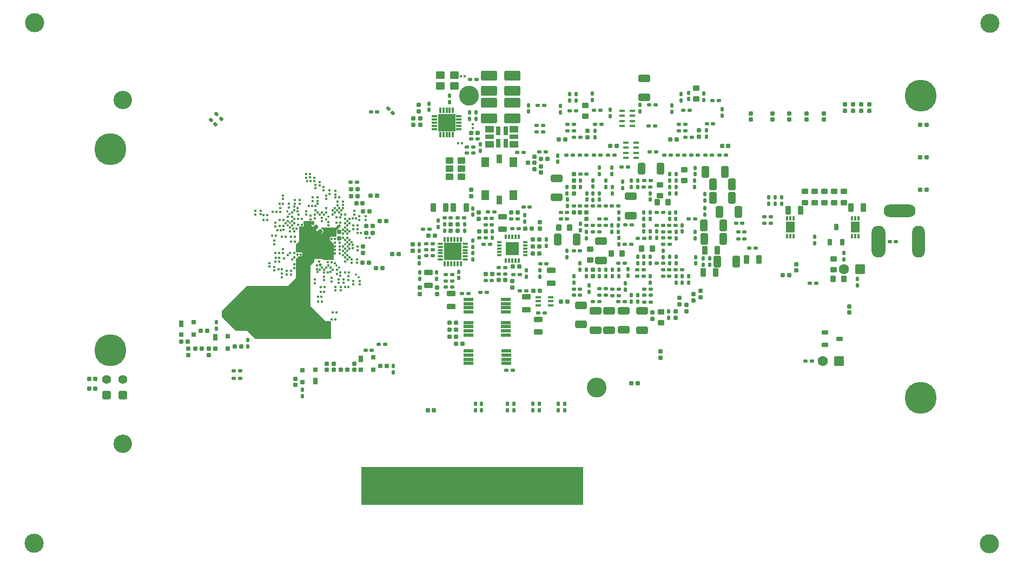
<source format=gbs>
G04 Layer_Color=16711935*
%FSLAX44Y44*%
%MOMM*%
G71*
G01*
G75*
G04:AMPARAMS|DCode=21|XSize=1mm|YSize=0.9mm|CornerRadius=0.1125mm|HoleSize=0mm|Usage=FLASHONLY|Rotation=0.000|XOffset=0mm|YOffset=0mm|HoleType=Round|Shape=RoundedRectangle|*
%AMROUNDEDRECTD21*
21,1,1.0000,0.6750,0,0,0.0*
21,1,0.7750,0.9000,0,0,0.0*
1,1,0.2250,0.3875,-0.3375*
1,1,0.2250,-0.3875,-0.3375*
1,1,0.2250,-0.3875,0.3375*
1,1,0.2250,0.3875,0.3375*
%
%ADD21ROUNDEDRECTD21*%
G04:AMPARAMS|DCode=29|XSize=0.6mm|YSize=0.6mm|CornerRadius=0.06mm|HoleSize=0mm|Usage=FLASHONLY|Rotation=0.000|XOffset=0mm|YOffset=0mm|HoleType=Round|Shape=RoundedRectangle|*
%AMROUNDEDRECTD29*
21,1,0.6000,0.4800,0,0,0.0*
21,1,0.4800,0.6000,0,0,0.0*
1,1,0.1200,0.2400,-0.2400*
1,1,0.1200,-0.2400,-0.2400*
1,1,0.1200,-0.2400,0.2400*
1,1,0.1200,0.2400,0.2400*
%
%ADD29ROUNDEDRECTD29*%
G04:AMPARAMS|DCode=34|XSize=0.5mm|YSize=0.6mm|CornerRadius=0.05mm|HoleSize=0mm|Usage=FLASHONLY|Rotation=180.000|XOffset=0mm|YOffset=0mm|HoleType=Round|Shape=RoundedRectangle|*
%AMROUNDEDRECTD34*
21,1,0.5000,0.5000,0,0,180.0*
21,1,0.4000,0.6000,0,0,180.0*
1,1,0.1000,-0.2000,0.2500*
1,1,0.1000,0.2000,0.2500*
1,1,0.1000,0.2000,-0.2500*
1,1,0.1000,-0.2000,-0.2500*
%
%ADD34ROUNDEDRECTD34*%
G04:AMPARAMS|DCode=35|XSize=0.5mm|YSize=0.6mm|CornerRadius=0.05mm|HoleSize=0mm|Usage=FLASHONLY|Rotation=90.000|XOffset=0mm|YOffset=0mm|HoleType=Round|Shape=RoundedRectangle|*
%AMROUNDEDRECTD35*
21,1,0.5000,0.5000,0,0,90.0*
21,1,0.4000,0.6000,0,0,90.0*
1,1,0.1000,0.2500,0.2000*
1,1,0.1000,0.2500,-0.2000*
1,1,0.1000,-0.2500,-0.2000*
1,1,0.1000,-0.2500,0.2000*
%
%ADD35ROUNDEDRECTD35*%
G04:AMPARAMS|DCode=36|XSize=0.6mm|YSize=0.6mm|CornerRadius=0.06mm|HoleSize=0mm|Usage=FLASHONLY|Rotation=270.000|XOffset=0mm|YOffset=0mm|HoleType=Round|Shape=RoundedRectangle|*
%AMROUNDEDRECTD36*
21,1,0.6000,0.4800,0,0,270.0*
21,1,0.4800,0.6000,0,0,270.0*
1,1,0.1200,-0.2400,-0.2400*
1,1,0.1200,-0.2400,0.2400*
1,1,0.1200,0.2400,0.2400*
1,1,0.1200,0.2400,-0.2400*
%
%ADD36ROUNDEDRECTD36*%
G04:AMPARAMS|DCode=37|XSize=1.3mm|YSize=0.8mm|CornerRadius=0.1mm|HoleSize=0mm|Usage=FLASHONLY|Rotation=90.000|XOffset=0mm|YOffset=0mm|HoleType=Round|Shape=RoundedRectangle|*
%AMROUNDEDRECTD37*
21,1,1.3000,0.6000,0,0,90.0*
21,1,1.1000,0.8000,0,0,90.0*
1,1,0.2000,0.3000,0.5500*
1,1,0.2000,0.3000,-0.5500*
1,1,0.2000,-0.3000,-0.5500*
1,1,0.2000,-0.3000,0.5500*
%
%ADD37ROUNDEDRECTD37*%
G04:AMPARAMS|DCode=46|XSize=1.8mm|YSize=1.15mm|CornerRadius=0.1437mm|HoleSize=0mm|Usage=FLASHONLY|Rotation=0.000|XOffset=0mm|YOffset=0mm|HoleType=Round|Shape=RoundedRectangle|*
%AMROUNDEDRECTD46*
21,1,1.8000,0.8625,0,0,0.0*
21,1,1.5125,1.1500,0,0,0.0*
1,1,0.2875,0.7562,-0.4313*
1,1,0.2875,-0.7562,-0.4313*
1,1,0.2875,-0.7562,0.4313*
1,1,0.2875,0.7562,0.4313*
%
%ADD46ROUNDEDRECTD46*%
G04:AMPARAMS|DCode=47|XSize=1.3mm|YSize=0.8mm|CornerRadius=0.1mm|HoleSize=0mm|Usage=FLASHONLY|Rotation=180.000|XOffset=0mm|YOffset=0mm|HoleType=Round|Shape=RoundedRectangle|*
%AMROUNDEDRECTD47*
21,1,1.3000,0.6000,0,0,180.0*
21,1,1.1000,0.8000,0,0,180.0*
1,1,0.2000,-0.5500,0.3000*
1,1,0.2000,0.5500,0.3000*
1,1,0.2000,0.5500,-0.3000*
1,1,0.2000,-0.5500,-0.3000*
%
%ADD47ROUNDEDRECTD47*%
G04:AMPARAMS|DCode=54|XSize=0.5mm|YSize=0.6mm|CornerRadius=0.05mm|HoleSize=0mm|Usage=FLASHONLY|Rotation=45.000|XOffset=0mm|YOffset=0mm|HoleType=Round|Shape=RoundedRectangle|*
%AMROUNDEDRECTD54*
21,1,0.5000,0.5000,0,0,45.0*
21,1,0.4000,0.6000,0,0,45.0*
1,1,0.1000,0.3182,-0.0354*
1,1,0.1000,0.0354,-0.3182*
1,1,0.1000,-0.3182,0.0354*
1,1,0.1000,-0.0354,0.3182*
%
%ADD54ROUNDEDRECTD54*%
G04:AMPARAMS|DCode=60|XSize=0.6mm|YSize=0.6mm|CornerRadius=0.06mm|HoleSize=0mm|Usage=FLASHONLY|Rotation=45.000|XOffset=0mm|YOffset=0mm|HoleType=Round|Shape=RoundedRectangle|*
%AMROUNDEDRECTD60*
21,1,0.6000,0.4800,0,0,45.0*
21,1,0.4800,0.6000,0,0,45.0*
1,1,0.1200,0.3394,0.0000*
1,1,0.1200,0.0000,-0.3394*
1,1,0.1200,-0.3394,0.0000*
1,1,0.1200,0.0000,0.3394*
%
%ADD60ROUNDEDRECTD60*%
G04:AMPARAMS|DCode=69|XSize=1.8mm|YSize=1.15mm|CornerRadius=0.1437mm|HoleSize=0mm|Usage=FLASHONLY|Rotation=270.000|XOffset=0mm|YOffset=0mm|HoleType=Round|Shape=RoundedRectangle|*
%AMROUNDEDRECTD69*
21,1,1.8000,0.8625,0,0,270.0*
21,1,1.5125,1.1500,0,0,270.0*
1,1,0.2875,-0.4313,-0.7562*
1,1,0.2875,-0.4313,0.7562*
1,1,0.2875,0.4313,0.7562*
1,1,0.2875,0.4313,-0.7562*
%
%ADD69ROUNDEDRECTD69*%
%ADD71R,0.7000X4.2000*%
%ADD72R,0.7000X3.2000*%
G04:AMPARAMS|DCode=76|XSize=1mm|YSize=0.9mm|CornerRadius=0.1125mm|HoleSize=0mm|Usage=FLASHONLY|Rotation=90.000|XOffset=0mm|YOffset=0mm|HoleType=Round|Shape=RoundedRectangle|*
%AMROUNDEDRECTD76*
21,1,1.0000,0.6750,0,0,90.0*
21,1,0.7750,0.9000,0,0,90.0*
1,1,0.2250,0.3375,0.3875*
1,1,0.2250,0.3375,-0.3875*
1,1,0.2250,-0.3375,-0.3875*
1,1,0.2250,-0.3375,0.3875*
%
%ADD76ROUNDEDRECTD76*%
%ADD77C,0.5000*%
%ADD83R,0.9500X0.4000*%
%ADD85C,0.4500*%
%ADD113C,2.8800*%
%ADD114C,3.1000*%
%ADD115C,5.0000*%
%ADD116C,1.4000*%
G04:AMPARAMS|DCode=117|XSize=1.4mm|YSize=1.4mm|CornerRadius=0.35mm|HoleSize=0mm|Usage=FLASHONLY|Rotation=90.000|XOffset=0mm|YOffset=0mm|HoleType=Round|Shape=RoundedRectangle|*
%AMROUNDEDRECTD117*
21,1,1.4000,0.7000,0,0,90.0*
21,1,0.7000,1.4000,0,0,90.0*
1,1,0.7000,0.3500,0.3500*
1,1,0.7000,0.3500,-0.3500*
1,1,0.7000,-0.3500,-0.3500*
1,1,0.7000,-0.3500,0.3500*
%
%ADD117ROUNDEDRECTD117*%
%ADD118O,5.0000X2.0000*%
%ADD119O,2.2000X5.0000*%
%ADD120O,2.0000X5.0000*%
G04:AMPARAMS|DCode=121|XSize=1.524mm|YSize=1.524mm|CornerRadius=0.1905mm|HoleSize=0mm|Usage=FLASHONLY|Rotation=270.000|XOffset=0mm|YOffset=0mm|HoleType=Round|Shape=RoundedRectangle|*
%AMROUNDEDRECTD121*
21,1,1.5240,1.1430,0,0,270.0*
21,1,1.1430,1.5240,0,0,270.0*
1,1,0.3810,-0.5715,-0.5715*
1,1,0.3810,-0.5715,0.5715*
1,1,0.3810,0.5715,0.5715*
1,1,0.3810,0.5715,-0.5715*
%
%ADD121ROUNDEDRECTD121*%
%ADD122C,1.6000*%
%ADD130R,0.7000X1.0000*%
%ADD131R,0.7000X0.7000*%
%ADD132R,0.8500X0.4000*%
G04:AMPARAMS|DCode=134|XSize=0.6mm|YSize=1mm|CornerRadius=0.075mm|HoleSize=0mm|Usage=FLASHONLY|Rotation=180.000|XOffset=0mm|YOffset=0mm|HoleType=Round|Shape=RoundedRectangle|*
%AMROUNDEDRECTD134*
21,1,0.6000,0.8500,0,0,180.0*
21,1,0.4500,1.0000,0,0,180.0*
1,1,0.1500,-0.2250,0.4250*
1,1,0.1500,0.2250,0.4250*
1,1,0.1500,0.2250,-0.4250*
1,1,0.1500,-0.2250,-0.4250*
%
%ADD134ROUNDEDRECTD134*%
%ADD135R,0.3500X0.3000*%
%ADD136R,0.3000X0.3500*%
%ADD137R,2.1000X2.1000*%
%ADD138R,1.2000X1.5000*%
%ADD139R,0.9000X1.4000*%
G04:AMPARAMS|DCode=140|XSize=0.3mm|YSize=0.35mm|CornerRadius=0mm|HoleSize=0mm|Usage=FLASHONLY|Rotation=315.000|XOffset=0mm|YOffset=0mm|HoleType=Round|Shape=Rectangle|*
%AMROTATEDRECTD140*
4,1,4,-0.2298,-0.0177,0.0177,0.2298,0.2298,0.0177,-0.0177,-0.2298,-0.2298,-0.0177,0.0*
%
%ADD140ROTATEDRECTD140*%

G04:AMPARAMS|DCode=141|XSize=0.3mm|YSize=0.35mm|CornerRadius=0mm|HoleSize=0mm|Usage=FLASHONLY|Rotation=45.000|XOffset=0mm|YOffset=0mm|HoleType=Round|Shape=Rectangle|*
%AMROTATEDRECTD141*
4,1,4,0.0177,-0.2298,-0.2298,0.0177,-0.0177,0.2298,0.2298,-0.0177,0.0177,-0.2298,0.0*
%
%ADD141ROTATEDRECTD141*%

G04:AMPARAMS|DCode=142|XSize=1.4mm|YSize=1.2mm|CornerRadius=0.15mm|HoleSize=0mm|Usage=FLASHONLY|Rotation=180.000|XOffset=0mm|YOffset=0mm|HoleType=Round|Shape=RoundedRectangle|*
%AMROUNDEDRECTD142*
21,1,1.4000,0.9000,0,0,180.0*
21,1,1.1000,1.2000,0,0,180.0*
1,1,0.3000,-0.5500,0.4500*
1,1,0.3000,0.5500,0.4500*
1,1,0.3000,0.5500,-0.4500*
1,1,0.3000,-0.5500,-0.4500*
%
%ADD142ROUNDEDRECTD142*%
%ADD147R,2.7000X2.7000*%
G04:AMPARAMS|DCode=150|XSize=0.6mm|YSize=1mm|CornerRadius=0.075mm|HoleSize=0mm|Usage=FLASHONLY|Rotation=90.000|XOffset=0mm|YOffset=0mm|HoleType=Round|Shape=RoundedRectangle|*
%AMROUNDEDRECTD150*
21,1,0.6000,0.8500,0,0,90.0*
21,1,0.4500,1.0000,0,0,90.0*
1,1,0.1500,0.4250,0.2250*
1,1,0.1500,0.4250,-0.2250*
1,1,0.1500,-0.4250,-0.2250*
1,1,0.1500,-0.4250,0.2250*
%
%ADD150ROUNDEDRECTD150*%
G04:AMPARAMS|DCode=151|XSize=2.5mm|YSize=1.5mm|CornerRadius=0.1875mm|HoleSize=0mm|Usage=FLASHONLY|Rotation=0.000|XOffset=0mm|YOffset=0mm|HoleType=Round|Shape=RoundedRectangle|*
%AMROUNDEDRECTD151*
21,1,2.5000,1.1250,0,0,0.0*
21,1,2.1250,1.5000,0,0,0.0*
1,1,0.3750,1.0625,-0.5625*
1,1,0.3750,-1.0625,-0.5625*
1,1,0.3750,-1.0625,0.5625*
1,1,0.3750,1.0625,0.5625*
%
%ADD151ROUNDEDRECTD151*%
G04:AMPARAMS|DCode=155|XSize=1mm|YSize=1.2mm|CornerRadius=0.125mm|HoleSize=0mm|Usage=FLASHONLY|Rotation=270.000|XOffset=0mm|YOffset=0mm|HoleType=Round|Shape=RoundedRectangle|*
%AMROUNDEDRECTD155*
21,1,1.0000,0.9500,0,0,270.0*
21,1,0.7500,1.2000,0,0,270.0*
1,1,0.2500,-0.4750,-0.3750*
1,1,0.2500,-0.4750,0.3750*
1,1,0.2500,0.4750,0.3750*
1,1,0.2500,0.4750,-0.3750*
%
%ADD155ROUNDEDRECTD155*%
%ADD169R,34.8000X5.9750*%
%ADD174R,0.4000X0.8000*%
%ADD175R,0.8000X0.4000*%
%ADD198C,3.0000*%
%ADD201R,1.4500X1.7500*%
%ADD202O,1.0000X0.3500*%
%ADD203O,0.3500X1.0000*%
%ADD204R,1.5000X0.5500*%
%ADD205R,2.8000X2.8000*%
%ADD206R,0.9000X0.3500*%
%ADD207R,0.3500X0.9000*%
%ADD208R,1.4500X1.1000*%
%ADD209R,0.8000X1.4500*%
%ADD210R,1.4500X0.8000*%
%ADD211C,0.3900*%
G36*
X374092Y442697D02*
X374186Y442669D01*
X374273Y442622D01*
X374349Y442560D01*
X374412Y442484D01*
X374458Y442397D01*
X374487Y442303D01*
X374496Y442205D01*
Y436955D01*
X374487Y436857D01*
X374458Y436763D01*
X374412Y436676D01*
X374349Y436600D01*
X374273Y436537D01*
X374186Y436491D01*
X374092Y436462D01*
X373994Y436452D01*
X357744D01*
X357646Y436462D01*
X357552Y436491D01*
X357465Y436537D01*
X357389Y436600D01*
X357326Y436676D01*
X357280Y436763D01*
X357251Y436857D01*
X357242Y436955D01*
Y442205D01*
X357251Y442303D01*
X357280Y442397D01*
X357326Y442484D01*
X357389Y442560D01*
X357465Y442622D01*
X357552Y442669D01*
X357646Y442697D01*
X357744Y442707D01*
X373994D01*
X374092Y442697D01*
D02*
G37*
G36*
X413817Y437626D02*
X413846Y437617D01*
X413912Y437598D01*
X413998Y437551D01*
X414075Y437489D01*
X414075Y437489D01*
X415824Y435739D01*
X415887Y435662D01*
X415908Y435622D01*
X415933Y435576D01*
X415942Y435547D01*
X415962Y435481D01*
X415971Y435383D01*
X415962Y435285D01*
X415953Y435257D01*
X415933Y435191D01*
X415912Y435151D01*
X415887Y435104D01*
X415824Y435028D01*
X415824Y435028D01*
X409222Y428425D01*
X409222Y418133D01*
X409212Y418035D01*
X409183Y417941D01*
X409137Y417854D01*
X409074Y417778D01*
X408998Y417716D01*
X408911Y417669D01*
X408817Y417641D01*
X408719Y417631D01*
X400177Y417631D01*
X398971Y416425D01*
X398971Y412841D01*
X404574Y407239D01*
X404637Y407163D01*
X404683Y407076D01*
X404690Y407054D01*
X404712Y406981D01*
X404717Y406932D01*
X404721Y406883D01*
X404721Y406883D01*
X404721Y381883D01*
X404712Y381785D01*
X404683Y381691D01*
X404637Y381604D01*
X404574Y381528D01*
X404498Y381466D01*
X404411Y381419D01*
X404317Y381391D01*
X404219Y381381D01*
X389469D01*
X389469Y381381D01*
X389420Y381386D01*
X389371Y381391D01*
X389299Y381413D01*
X389277Y381419D01*
X389190Y381466D01*
X389114Y381528D01*
X389114Y381528D01*
X387261Y383381D01*
X375427Y383381D01*
X374472Y382425D01*
X374472Y379634D01*
X374472Y379633D01*
X374463Y379544D01*
X374462Y379535D01*
X374433Y379441D01*
X374387Y379354D01*
X374353Y379313D01*
X374324Y379278D01*
X374324Y379278D01*
X368222Y373175D01*
Y357250D01*
D01*
Y309466D01*
X392186Y285502D01*
X400000D01*
X400098Y285493D01*
X400192Y285464D01*
X400279Y285418D01*
X400355Y285355D01*
X400418Y285279D01*
X400464Y285192D01*
X400493Y285098D01*
X400502Y285000D01*
Y258500D01*
X400493Y258402D01*
X400464Y258308D01*
X400418Y258221D01*
X400355Y258145D01*
X400279Y258082D01*
X400192Y258036D01*
X400098Y258007D01*
X400000Y257998D01*
X282250D01*
X282250Y257998D01*
X282152Y258007D01*
X282058Y258036D01*
X281971Y258082D01*
X281929Y258117D01*
X281895Y258145D01*
X281895Y258145D01*
X269792Y270247D01*
X252000Y270248D01*
X251902Y270257D01*
X251830Y270279D01*
X251808Y270286D01*
X251721Y270332D01*
X251645Y270395D01*
X229645Y292395D01*
X229582Y292471D01*
X229536Y292558D01*
X229529Y292580D01*
X229507Y292652D01*
X229502Y292701D01*
X229498Y292750D01*
X229498Y292750D01*
X229498Y301500D01*
X229498Y301500D01*
X229506Y301589D01*
X229507Y301598D01*
X229536Y301692D01*
X229582Y301779D01*
X229617Y301821D01*
X229645Y301855D01*
X229645Y301855D01*
X268645Y340855D01*
X268721Y340918D01*
X268808Y340964D01*
X268830Y340971D01*
X268902Y340993D01*
X268951Y340998D01*
X269000Y341002D01*
X269000Y341002D01*
X332792D01*
X345717Y353927D01*
Y354023D01*
X345717Y383133D01*
X345717Y383134D01*
X345722Y383182D01*
X345727Y383232D01*
X345748Y383304D01*
X345755Y383326D01*
X345802Y383413D01*
X345833Y383451D01*
X345864Y383489D01*
X345864Y383489D01*
X349864Y387489D01*
X349940Y387551D01*
X350027Y387598D01*
X350049Y387604D01*
X350121Y387626D01*
X350170Y387631D01*
X350219Y387636D01*
X350219Y387636D01*
X354511Y387636D01*
X355467Y388591D01*
Y392175D01*
X354511Y393131D01*
X346219D01*
X346121Y393141D01*
X346027Y393169D01*
X345940Y393216D01*
X345864Y393278D01*
X345801Y393354D01*
X345755Y393441D01*
X345726Y393535D01*
X345717Y393633D01*
X345717Y405383D01*
X345717Y405383D01*
X345726Y405473D01*
X345726Y405481D01*
X345755Y405576D01*
X345801Y405662D01*
X345836Y405704D01*
X345864Y405739D01*
X345864Y405739D01*
X350467Y410341D01*
X350467Y433883D01*
X350476Y433981D01*
X350505Y434076D01*
X350551Y434162D01*
X350614Y434239D01*
X350690Y434301D01*
X350777Y434348D01*
X350871Y434376D01*
X350969Y434386D01*
X357011D01*
X358614Y435989D01*
X358690Y436051D01*
X358777Y436098D01*
X358799Y436104D01*
X358871Y436126D01*
X358920Y436131D01*
X358969Y436136D01*
X358969Y436136D01*
X368969D01*
X369067Y436126D01*
X369140Y436104D01*
X369161Y436098D01*
X369248Y436051D01*
X369324Y435989D01*
X369324Y435989D01*
X375824Y429489D01*
X375825Y429488D01*
X383427Y421886D01*
X384761Y421886D01*
X388717Y425841D01*
Y427925D01*
X385614Y431028D01*
X385614Y431028D01*
X385586Y431063D01*
X385551Y431104D01*
X385505Y431191D01*
X385476Y431285D01*
X385476Y431294D01*
X385467Y431384D01*
X385471Y431432D01*
X385476Y431482D01*
X385498Y431554D01*
X385505Y431576D01*
X385551Y431663D01*
X385614Y431739D01*
X385648Y431767D01*
X385690Y431801D01*
X385777Y431848D01*
X385871Y431876D01*
X385880Y431877D01*
X385969Y431886D01*
X385969Y431886D01*
X407761D01*
X413364Y437489D01*
X413364D01*
Y437489D01*
X413440Y437551D01*
X413516Y437592D01*
X413527Y437598D01*
D01*
X413527Y437598D01*
X413621Y437626D01*
X413709Y437635D01*
X413719Y437636D01*
D01*
X413719D01*
X413817Y437626D01*
D02*
G37*
D21*
X798250Y623500D02*
D03*
Y606500D02*
D03*
X972500Y634000D02*
D03*
Y651000D02*
D03*
X806250Y381750D02*
D03*
X806250Y398750D02*
D03*
X915500Y499500D02*
D03*
Y482500D02*
D03*
X953500Y506000D02*
D03*
Y523000D02*
D03*
X917250Y300250D02*
D03*
Y283250D02*
D03*
X1187250Y383250D02*
D03*
Y366250D02*
D03*
X1142600Y488640D02*
D03*
Y471640D02*
D03*
X1157800Y488640D02*
D03*
Y471640D02*
D03*
X1173000Y488640D02*
D03*
Y471640D02*
D03*
X1188200Y488640D02*
D03*
Y471640D02*
D03*
X1203400Y488640D02*
D03*
Y471640D02*
D03*
D29*
X344990Y185560D02*
D03*
Y195560D02*
D03*
X436743Y209250D02*
D03*
Y219250D02*
D03*
X393743D02*
D03*
Y209250D02*
D03*
X404743D02*
D03*
Y219250D02*
D03*
X177250Y242750D02*
D03*
Y232750D02*
D03*
X209250Y242750D02*
D03*
X209250Y232750D02*
D03*
X537985Y624225D02*
D03*
Y614225D02*
D03*
X1128750Y365000D02*
D03*
Y375000D02*
D03*
X620250Y481250D02*
D03*
Y491250D02*
D03*
X939750Y301000D02*
D03*
Y291000D02*
D03*
X810500Y356000D02*
D03*
Y366000D02*
D03*
X780500Y516000D02*
D03*
Y506000D02*
D03*
Y486000D02*
D03*
Y496000D02*
D03*
X800750Y446250D02*
D03*
Y456250D02*
D03*
X916000Y238500D02*
D03*
Y228500D02*
D03*
X727750Y440500D02*
D03*
Y430500D02*
D03*
X599250Y427125D02*
D03*
Y437125D02*
D03*
X588250Y427125D02*
D03*
Y437125D02*
D03*
X413740Y415563D02*
D03*
Y425563D02*
D03*
X451000Y402750D02*
D03*
Y392750D02*
D03*
X566500Y338250D02*
D03*
X566500Y328250D02*
D03*
X539500Y338250D02*
D03*
Y328250D02*
D03*
X1212244Y299006D02*
D03*
Y309006D02*
D03*
X631645Y455821D02*
D03*
Y445821D02*
D03*
X802000Y574000D02*
D03*
Y584000D02*
D03*
X976500Y574500D02*
D03*
Y584500D02*
D03*
X904000Y289000D02*
D03*
Y299000D02*
D03*
X957250Y311000D02*
D03*
Y301000D02*
D03*
X945750Y322250D02*
D03*
Y312250D02*
D03*
X968250Y318250D02*
D03*
Y328250D02*
D03*
X979250Y333000D02*
D03*
Y323000D02*
D03*
X684250Y338500D02*
D03*
Y348500D02*
D03*
X1057699Y601250D02*
D03*
Y611250D02*
D03*
X1092000Y601250D02*
D03*
Y611250D02*
D03*
X1117950Y601250D02*
D03*
X1117950Y611250D02*
D03*
X1145000Y601250D02*
D03*
Y611250D02*
D03*
X1172000Y601250D02*
D03*
Y611250D02*
D03*
X1205301Y615250D02*
D03*
Y625250D02*
D03*
X1218001Y615250D02*
D03*
Y625250D02*
D03*
X1230701Y615250D02*
D03*
Y625250D02*
D03*
X1243401Y615250D02*
D03*
Y625250D02*
D03*
X528500Y406000D02*
D03*
Y396000D02*
D03*
X540250Y593250D02*
D03*
Y603250D02*
D03*
X529250D02*
D03*
Y593250D02*
D03*
X719250Y523500D02*
D03*
Y533500D02*
D03*
X719250Y543500D02*
D03*
Y533500D02*
D03*
X729500Y528250D02*
D03*
Y518250D02*
D03*
D34*
X270500Y256000D02*
D03*
Y246000D02*
D03*
X221000Y284000D02*
D03*
Y274000D02*
D03*
X498500Y215250D02*
D03*
X498500Y205250D02*
D03*
X355500Y178000D02*
D03*
X355500Y168000D02*
D03*
X840500Y516000D02*
D03*
Y526000D02*
D03*
X810500Y496250D02*
D03*
Y506250D02*
D03*
X627515Y612500D02*
D03*
X627515Y602500D02*
D03*
X617265D02*
D03*
X617265Y612500D02*
D03*
X653000Y416250D02*
D03*
Y426250D02*
D03*
X738000Y413500D02*
D03*
Y403500D02*
D03*
X706250Y355500D02*
D03*
Y365500D02*
D03*
X704000Y441500D02*
D03*
Y451500D02*
D03*
X622500Y392250D02*
D03*
Y382250D02*
D03*
X609500Y427125D02*
D03*
Y437125D02*
D03*
X578750Y427000D02*
D03*
Y437000D02*
D03*
X727500Y355500D02*
D03*
Y365500D02*
D03*
X622500Y412125D02*
D03*
Y402125D02*
D03*
X539750Y351750D02*
D03*
Y361750D02*
D03*
X1224244Y351756D02*
D03*
Y341756D02*
D03*
X554250Y616500D02*
D03*
Y626500D02*
D03*
X586500Y628500D02*
D03*
X586500Y638500D02*
D03*
X774000Y641000D02*
D03*
Y631000D02*
D03*
X784000Y641000D02*
D03*
Y631000D02*
D03*
X810000Y642000D02*
D03*
Y632000D02*
D03*
X755750Y535250D02*
D03*
Y545250D02*
D03*
X814000Y584000D02*
D03*
Y574000D02*
D03*
X838000Y607000D02*
D03*
Y617000D02*
D03*
X760000Y613000D02*
D03*
Y623000D02*
D03*
X710000Y614000D02*
D03*
Y624000D02*
D03*
X988500Y584500D02*
D03*
Y574500D02*
D03*
X884500Y614500D02*
D03*
Y624500D02*
D03*
X934500Y613500D02*
D03*
Y623500D02*
D03*
X960500Y643500D02*
D03*
Y633500D02*
D03*
X948500Y641500D02*
D03*
Y631500D02*
D03*
X984500Y642500D02*
D03*
Y632500D02*
D03*
X1012500Y607500D02*
D03*
Y617500D02*
D03*
X900500Y355750D02*
D03*
Y345750D02*
D03*
X890250Y386250D02*
D03*
Y376250D02*
D03*
X880740Y386250D02*
D03*
Y376250D02*
D03*
X850750Y456250D02*
D03*
Y446250D02*
D03*
X900500Y386250D02*
D03*
Y376250D02*
D03*
X840750Y496000D02*
D03*
Y486000D02*
D03*
X890250Y436000D02*
D03*
Y426000D02*
D03*
X910500Y416250D02*
D03*
Y426250D02*
D03*
X880500Y496000D02*
D03*
Y506000D02*
D03*
X870500Y496000D02*
D03*
Y506000D02*
D03*
X770250Y396000D02*
D03*
Y386000D02*
D03*
X900500Y416000D02*
D03*
Y426000D02*
D03*
X791000Y438000D02*
D03*
Y428000D02*
D03*
X960250Y355750D02*
D03*
Y345750D02*
D03*
X820500Y516000D02*
D03*
Y526000D02*
D03*
X930500Y486000D02*
D03*
Y496000D02*
D03*
X900250Y455750D02*
D03*
Y445750D02*
D03*
X820500Y356250D02*
D03*
Y366250D02*
D03*
X850750Y366000D02*
D03*
Y356000D02*
D03*
X929250Y301000D02*
D03*
Y291000D02*
D03*
X900000Y476000D02*
D03*
Y486000D02*
D03*
X940500Y346000D02*
D03*
Y356000D02*
D03*
Y495750D02*
D03*
Y485750D02*
D03*
X780500Y346000D02*
D03*
Y356000D02*
D03*
X983500Y374000D02*
D03*
Y384000D02*
D03*
X930750Y516250D02*
D03*
Y506250D02*
D03*
X790750Y496000D02*
D03*
Y506000D02*
D03*
X970250Y525750D02*
D03*
Y515750D02*
D03*
X970000Y506000D02*
D03*
Y496000D02*
D03*
X985750Y453000D02*
D03*
Y463000D02*
D03*
Y484500D02*
D03*
Y474500D02*
D03*
X800500Y356000D02*
D03*
Y366000D02*
D03*
X971000Y376000D02*
D03*
Y386000D02*
D03*
X880500Y316500D02*
D03*
Y326500D02*
D03*
X830500Y506000D02*
D03*
Y496000D02*
D03*
X950500Y426000D02*
D03*
Y436000D02*
D03*
X890250Y445750D02*
D03*
Y455750D02*
D03*
X801000Y476000D02*
D03*
Y486000D02*
D03*
X940000Y446000D02*
D03*
Y456000D02*
D03*
X940750Y386250D02*
D03*
Y376250D02*
D03*
X820750Y476000D02*
D03*
Y486000D02*
D03*
X920500Y395750D02*
D03*
Y385750D02*
D03*
X930500Y445500D02*
D03*
Y455500D02*
D03*
X930750Y386250D02*
D03*
Y376250D02*
D03*
X850750Y416000D02*
D03*
Y406000D02*
D03*
X840750Y366500D02*
D03*
Y356500D02*
D03*
X840500Y425500D02*
D03*
Y435500D02*
D03*
X800750Y425750D02*
D03*
Y415750D02*
D03*
X970750D02*
D03*
Y425750D02*
D03*
X770000Y486000D02*
D03*
Y496000D02*
D03*
X810500Y485500D02*
D03*
Y475500D02*
D03*
X771000Y466000D02*
D03*
Y476000D02*
D03*
X830500Y356250D02*
D03*
Y366250D02*
D03*
X790500Y366000D02*
D03*
Y376000D02*
D03*
X870500Y326500D02*
D03*
Y316500D02*
D03*
X865750Y367250D02*
D03*
Y357250D02*
D03*
X940500Y516250D02*
D03*
Y506250D02*
D03*
X940750Y425750D02*
D03*
Y415750D02*
D03*
X993250Y374000D02*
D03*
Y384000D02*
D03*
X1086000Y479750D02*
D03*
Y469750D02*
D03*
X1096000D02*
D03*
Y479750D02*
D03*
X1106000Y479750D02*
D03*
Y469750D02*
D03*
X636500Y146500D02*
D03*
Y156500D02*
D03*
X626500Y146500D02*
D03*
Y156500D02*
D03*
X676500Y146500D02*
D03*
Y156500D02*
D03*
X686500Y146500D02*
D03*
Y156500D02*
D03*
X716500Y146500D02*
D03*
Y156500D02*
D03*
X726500Y146500D02*
D03*
Y156500D02*
D03*
X766500Y146500D02*
D03*
Y156500D02*
D03*
X756500Y146500D02*
D03*
Y156500D02*
D03*
X1203000Y382250D02*
D03*
Y392250D02*
D03*
X1157250Y418000D02*
D03*
Y408000D02*
D03*
X566250Y361750D02*
D03*
Y351750D02*
D03*
X568750Y443125D02*
D03*
Y433125D02*
D03*
X600500Y353250D02*
D03*
Y363250D02*
D03*
X539000Y396250D02*
D03*
Y406250D02*
D03*
X538750Y386000D02*
D03*
Y376000D02*
D03*
X622250Y452250D02*
D03*
Y462250D02*
D03*
X804750Y341750D02*
D03*
Y331750D02*
D03*
X856750Y494500D02*
D03*
Y504500D02*
D03*
X950500Y355750D02*
D03*
Y345750D02*
D03*
X850500Y425500D02*
D03*
Y435500D02*
D03*
X861500Y345000D02*
D03*
Y335000D02*
D03*
X634250Y562500D02*
D03*
Y552500D02*
D03*
D35*
X473106Y613106D02*
D03*
X463106D02*
D03*
X464500Y240250D02*
D03*
X454500Y240250D02*
D03*
X248450Y195750D02*
D03*
X258450D02*
D03*
X248450Y208250D02*
D03*
X258450D02*
D03*
X485500Y249250D02*
D03*
X475500D02*
D03*
X656500Y456750D02*
D03*
X646500D02*
D03*
X634750Y330750D02*
D03*
X644750D02*
D03*
X907500Y591750D02*
D03*
X897500D02*
D03*
X732750Y582000D02*
D03*
X722750D02*
D03*
X732750Y592250D02*
D03*
X722750D02*
D03*
X770250Y455750D02*
D03*
X760250D02*
D03*
X850500Y465750D02*
D03*
X840500D02*
D03*
X770250Y445750D02*
D03*
X760250D02*
D03*
X865750Y526750D02*
D03*
X855750D02*
D03*
X618226Y663985D02*
D03*
X628226D02*
D03*
X623500Y548750D02*
D03*
X613500D02*
D03*
X613500Y558750D02*
D03*
X623500D02*
D03*
X649250Y405750D02*
D03*
X639250D02*
D03*
X642500Y436750D02*
D03*
X652500D02*
D03*
X642500Y446750D02*
D03*
X652500D02*
D03*
X642500Y416250D02*
D03*
X632500D02*
D03*
X738000Y375750D02*
D03*
X728000D02*
D03*
X652500Y349500D02*
D03*
X642500D02*
D03*
X673250Y359500D02*
D03*
X663250D02*
D03*
X696000Y358500D02*
D03*
X686000D02*
D03*
X673250Y369500D02*
D03*
X663250D02*
D03*
X559500Y397500D02*
D03*
X549500D02*
D03*
X684500Y431000D02*
D03*
X694500D02*
D03*
X692750Y445750D02*
D03*
X682750D02*
D03*
X599250Y447500D02*
D03*
X609250D02*
D03*
X554500Y430000D02*
D03*
X544500D02*
D03*
X1160250Y345500D02*
D03*
X1150250D02*
D03*
X431248Y503243D02*
D03*
X441248Y503243D02*
D03*
X605500Y329000D02*
D03*
X615500D02*
D03*
X588250Y447500D02*
D03*
X578250D02*
D03*
X844000Y545500D02*
D03*
X834000D02*
D03*
X822000Y545500D02*
D03*
X812000D02*
D03*
X790000Y545500D02*
D03*
X800000D02*
D03*
X769000Y545500D02*
D03*
X779000D02*
D03*
X726750Y550750D02*
D03*
X736750D02*
D03*
X781000Y574000D02*
D03*
X791000D02*
D03*
X824250Y594250D02*
D03*
X814250D02*
D03*
X812000Y616000D02*
D03*
X822000D02*
D03*
X771000Y594000D02*
D03*
X781000D02*
D03*
Y584000D02*
D03*
X771000D02*
D03*
X734000Y624000D02*
D03*
X724000D02*
D03*
X899500Y550500D02*
D03*
X909500D02*
D03*
X953500Y546000D02*
D03*
X943500D02*
D03*
X932500D02*
D03*
X922500D02*
D03*
X964500Y546000D02*
D03*
X974500D02*
D03*
X996500Y546000D02*
D03*
X986500D02*
D03*
X1018500Y546000D02*
D03*
X1008500D02*
D03*
X965500Y574000D02*
D03*
X955500D02*
D03*
X998750Y594750D02*
D03*
X988750D02*
D03*
X945500Y584000D02*
D03*
X955500D02*
D03*
X945500Y594000D02*
D03*
X955500D02*
D03*
X908500Y624500D02*
D03*
X898500D02*
D03*
X962000Y616000D02*
D03*
X952000D02*
D03*
X1007500Y631500D02*
D03*
X997500D02*
D03*
X725390Y298570D02*
D03*
X735390D02*
D03*
X706610Y333600D02*
D03*
X696610D02*
D03*
X890250Y366250D02*
D03*
X880250D02*
D03*
X920500Y376250D02*
D03*
X910500D02*
D03*
X821000Y436000D02*
D03*
X831000D02*
D03*
X920250Y356250D02*
D03*
X930250D02*
D03*
X800500Y435500D02*
D03*
X810500D02*
D03*
X930250Y435750D02*
D03*
X940250D02*
D03*
X820500Y466000D02*
D03*
X830500D02*
D03*
X920250Y436000D02*
D03*
X910250D02*
D03*
X890750Y505750D02*
D03*
X900750D02*
D03*
X790500Y466000D02*
D03*
X780500D02*
D03*
X920500Y406000D02*
D03*
X930500D02*
D03*
X820750Y326250D02*
D03*
X830750D02*
D03*
X910750Y455750D02*
D03*
X920750D02*
D03*
X870750Y406000D02*
D03*
X860750D02*
D03*
X810500Y466000D02*
D03*
X800500D02*
D03*
X850750Y326000D02*
D03*
X840750D02*
D03*
X810750Y425750D02*
D03*
X820750D02*
D03*
X890500Y496000D02*
D03*
X900500D02*
D03*
X850750Y336000D02*
D03*
X840750D02*
D03*
X810750Y316000D02*
D03*
X820750D02*
D03*
X890750Y336000D02*
D03*
X900750D02*
D03*
X830750Y336250D02*
D03*
X820750D02*
D03*
X890750Y326250D02*
D03*
X900750D02*
D03*
X790500D02*
D03*
X780500D02*
D03*
X890750Y315750D02*
D03*
X900750D02*
D03*
X780500Y336000D02*
D03*
X790500D02*
D03*
X860500Y316000D02*
D03*
X850500D02*
D03*
X860250Y376000D02*
D03*
X850250D02*
D03*
X780500Y396000D02*
D03*
X790500D02*
D03*
X931000Y416250D02*
D03*
X921000D02*
D03*
X920750Y425750D02*
D03*
X930750D02*
D03*
X890750Y415750D02*
D03*
X880750D02*
D03*
X871250Y436250D02*
D03*
X861250D02*
D03*
X940250Y366250D02*
D03*
X950250D02*
D03*
X800750Y515750D02*
D03*
X790750D02*
D03*
X930250Y366250D02*
D03*
X920250D02*
D03*
X879750Y356250D02*
D03*
X889750D02*
D03*
X1055000Y400250D02*
D03*
X1065000D02*
D03*
X1047975Y414395D02*
D03*
X1037975D02*
D03*
X1047975Y425865D02*
D03*
X1037975D02*
D03*
X1078750Y449250D02*
D03*
X1088750D02*
D03*
X1078750Y439250D02*
D03*
X1088750D02*
D03*
X784000Y615000D02*
D03*
X774000D02*
D03*
X1275000Y410250D02*
D03*
X1285000D02*
D03*
X1153250Y223250D02*
D03*
X1143250Y223250D02*
D03*
X701750Y464750D02*
D03*
X711750D02*
D03*
X559500Y406750D02*
D03*
X549500D02*
D03*
X580000Y348750D02*
D03*
X590000D02*
D03*
X559500Y388000D02*
D03*
X549500D02*
D03*
X685000Y209000D02*
D03*
X675000D02*
D03*
X820500Y446000D02*
D03*
X830500D02*
D03*
X1034500Y439000D02*
D03*
X1044500D02*
D03*
X960500Y445750D02*
D03*
X970500D02*
D03*
X590000Y358750D02*
D03*
X580000D02*
D03*
X590000Y338750D02*
D03*
X580000D02*
D03*
X692250Y550250D02*
D03*
X702250D02*
D03*
X630000Y571500D02*
D03*
X620000D02*
D03*
D36*
X478025Y215235D02*
D03*
X488025D02*
D03*
X425743Y209250D02*
D03*
X415743D02*
D03*
X250025Y245985D02*
D03*
X260025D02*
D03*
X207025Y270485D02*
D03*
X197025D02*
D03*
X176250Y253750D02*
D03*
X166250D02*
D03*
X198250Y242750D02*
D03*
X188250D02*
D03*
X606250Y250500D02*
D03*
X596250D02*
D03*
X586250Y272250D02*
D03*
X596250D02*
D03*
X880500Y188250D02*
D03*
X870500D02*
D03*
X32000Y180000D02*
D03*
X22000D02*
D03*
Y195000D02*
D03*
X32000D02*
D03*
X596250Y283000D02*
D03*
X586250D02*
D03*
X596250Y261500D02*
D03*
X586250D02*
D03*
X1332500Y491643D02*
D03*
X1322500D02*
D03*
X760500Y316000D02*
D03*
X770500D02*
D03*
X790500Y456000D02*
D03*
X780500D02*
D03*
X442250Y481750D02*
D03*
X432250D02*
D03*
X472500Y482250D02*
D03*
X462500D02*
D03*
X716500Y413500D02*
D03*
X726500D02*
D03*
X716500Y402500D02*
D03*
X726500D02*
D03*
X716500Y391500D02*
D03*
X726500D02*
D03*
X632500Y426750D02*
D03*
X642500D02*
D03*
X663250Y349750D02*
D03*
X673250D02*
D03*
X652750Y359250D02*
D03*
X642750D02*
D03*
X695250Y371000D02*
D03*
X685250D02*
D03*
X705000Y431000D02*
D03*
X715000D02*
D03*
X455740Y424063D02*
D03*
X465740D02*
D03*
X449740Y377063D02*
D03*
X459740D02*
D03*
X1107500Y357500D02*
D03*
X1117500Y357500D02*
D03*
X442250Y492750D02*
D03*
X432250D02*
D03*
X450250Y470750D02*
D03*
X440250D02*
D03*
X450750Y458000D02*
D03*
X460750D02*
D03*
X455750Y435000D02*
D03*
X465750D02*
D03*
X476750Y442500D02*
D03*
X486750D02*
D03*
X471000Y369000D02*
D03*
X481000D02*
D03*
X496500Y391000D02*
D03*
X506500D02*
D03*
X838000Y560000D02*
D03*
X848000D02*
D03*
X757000Y570000D02*
D03*
X767000D02*
D03*
X1012500Y560500D02*
D03*
X1022500D02*
D03*
X931500Y570500D02*
D03*
X941500D02*
D03*
X727610Y333600D02*
D03*
X717610D02*
D03*
X552000Y146500D02*
D03*
X562000D02*
D03*
X1322500Y542500D02*
D03*
X1332500Y542500D02*
D03*
X1322500Y593357D02*
D03*
X1332500D02*
D03*
X563500Y419500D02*
D03*
X553500D02*
D03*
X709250Y533500D02*
D03*
X719250D02*
D03*
X739500Y540000D02*
D03*
X729500D02*
D03*
X630000Y580750D02*
D03*
X620000D02*
D03*
X692750Y456250D02*
D03*
X682750D02*
D03*
D37*
X592250Y464000D02*
D03*
X612250D02*
D03*
X580500Y463750D02*
D03*
X560500D02*
D03*
X1050750Y382250D02*
D03*
X1070750D02*
D03*
X1003000Y361750D02*
D03*
X983000D02*
D03*
X985500Y396750D02*
D03*
X1005500D02*
D03*
X1234250Y463250D02*
D03*
X1214250D02*
D03*
X1116000Y459000D02*
D03*
X1136000D02*
D03*
D46*
X891250Y666250D02*
D03*
Y636250D02*
D03*
X870000Y481000D02*
D03*
Y451000D02*
D03*
X823500Y411000D02*
D03*
Y381000D02*
D03*
X887250Y301750D02*
D03*
Y271750D02*
D03*
X859000Y302250D02*
D03*
Y272250D02*
D03*
X836000Y301500D02*
D03*
Y271500D02*
D03*
X814750Y301500D02*
D03*
Y271500D02*
D03*
X792250Y310500D02*
D03*
Y280500D02*
D03*
X753500Y479750D02*
D03*
Y509750D02*
D03*
D47*
X725250Y268710D02*
D03*
Y288710D02*
D03*
X706000Y303540D02*
D03*
Y323540D02*
D03*
X589000Y309000D02*
D03*
Y329000D02*
D03*
X669500Y449500D02*
D03*
Y429500D02*
D03*
X553000Y341750D02*
D03*
Y361750D02*
D03*
X745000Y365000D02*
D03*
Y345000D02*
D03*
D54*
X490394Y618445D02*
D03*
X497465Y611374D02*
D03*
X221588Y609751D02*
D03*
X228659Y602680D02*
D03*
X212749Y600912D02*
D03*
X219820Y593841D02*
D03*
D60*
X376964Y433536D02*
D03*
X384036Y426465D02*
D03*
D69*
X785500Y413250D02*
D03*
X755500D02*
D03*
X1035250Y379000D02*
D03*
X1005250D02*
D03*
X984750Y414750D02*
D03*
X1014750D02*
D03*
X984250Y435750D02*
D03*
X1014250D02*
D03*
X1008250Y457250D02*
D03*
X1038250D02*
D03*
X998250Y478500D02*
D03*
X1028250D02*
D03*
X998250Y499750D02*
D03*
X1028250D02*
D03*
X987000Y519250D02*
D03*
X1017000D02*
D03*
X886500Y524500D02*
D03*
X916500D02*
D03*
D71*
X756500Y35000D02*
D03*
X766500D02*
D03*
X706500D02*
D03*
X686500D02*
D03*
X656500D02*
D03*
X786500D02*
D03*
X726500D02*
D03*
X736500D02*
D03*
X776500D02*
D03*
X746500D02*
D03*
X676500D02*
D03*
X696500D02*
D03*
X666500D02*
D03*
X716500D02*
D03*
X636500D02*
D03*
X536500D02*
D03*
X626500D02*
D03*
X596500D02*
D03*
X466500D02*
D03*
X486500D02*
D03*
X556500D02*
D03*
X526500D02*
D03*
X586500D02*
D03*
X616500D02*
D03*
X506500D02*
D03*
X516500D02*
D03*
X546500D02*
D03*
X476500D02*
D03*
X496500D02*
D03*
X606500D02*
D03*
X646500D02*
D03*
D72*
X456500Y40000D02*
D03*
D76*
X1186300Y351800D02*
D03*
X1203300D02*
D03*
X856500Y391750D02*
D03*
X839500D02*
D03*
X904000Y399500D02*
D03*
X887000D02*
D03*
X774000Y432500D02*
D03*
X757000D02*
D03*
X911000Y471750D02*
D03*
X928000D02*
D03*
D77*
X383990Y374063D02*
D03*
D83*
X856250Y591250D02*
D03*
Y599250D02*
D03*
X856250Y607250D02*
D03*
Y615250D02*
D03*
X872250Y591250D02*
D03*
X872250Y599250D02*
D03*
Y607250D02*
D03*
Y615250D02*
D03*
X862000Y541250D02*
D03*
X862000Y549250D02*
D03*
Y557250D02*
D03*
Y565250D02*
D03*
X878000Y541250D02*
D03*
Y549250D02*
D03*
Y557250D02*
D03*
X878000Y565250D02*
D03*
D85*
X419780Y389347D02*
D03*
X426440Y396007D02*
D03*
X376500Y459250D02*
D03*
X379820Y455947D02*
D03*
X343190Y439297D02*
D03*
X339860Y455947D02*
D03*
X363170Y372697D02*
D03*
X336530Y432637D02*
D03*
X339860Y449287D02*
D03*
Y442627D02*
D03*
X329870Y439297D02*
D03*
X343190Y425977D02*
D03*
X336530Y425977D02*
D03*
X333200Y442627D02*
D03*
X333200Y449287D02*
D03*
X326540Y429307D02*
D03*
X339860Y435967D02*
D03*
X343190Y445957D02*
D03*
X349850Y452617D02*
D03*
X339860Y382687D02*
D03*
X343190Y386017D02*
D03*
Y392677D02*
D03*
X429770Y439297D02*
D03*
X429770Y445957D02*
D03*
X419780Y415987D02*
D03*
X426440Y415987D02*
D03*
Y422647D02*
D03*
X416450Y452617D02*
D03*
X416450Y459277D02*
D03*
X423110Y452617D02*
D03*
X423110Y432637D02*
D03*
X426440Y435967D02*
D03*
X419740Y429313D02*
D03*
X413120Y462607D02*
D03*
X406460Y462607D02*
D03*
X419780Y462607D02*
D03*
X423110Y392677D02*
D03*
X426440Y442627D02*
D03*
X429770Y425977D02*
D03*
X426440Y429307D02*
D03*
X423110Y386017D02*
D03*
X426440Y389347D02*
D03*
X419780Y396007D02*
D03*
X423110Y379357D02*
D03*
X399800Y362707D02*
D03*
X393140Y369367D02*
D03*
X343190Y459277D02*
D03*
X393140Y455947D02*
D03*
X383150Y452617D02*
D03*
X413120Y455947D02*
D03*
X406460D02*
D03*
X409790Y459277D02*
D03*
X423110Y425977D02*
D03*
X419780Y422647D02*
D03*
X423110Y412657D02*
D03*
X429770Y412657D02*
D03*
X403130Y452617D02*
D03*
X406460Y376027D02*
D03*
X409790Y359377D02*
D03*
X336530Y392677D02*
D03*
X386480Y369367D02*
D03*
X393140Y462607D02*
D03*
X389810Y452617D02*
D03*
X386480Y455947D02*
D03*
X423110Y445957D02*
D03*
X326740Y383813D02*
D03*
X333200Y389347D02*
D03*
X389810Y366037D02*
D03*
X383150Y366037D02*
D03*
X379820Y362707D02*
D03*
X399800Y369367D02*
D03*
X429770Y386017D02*
D03*
X423110Y439297D02*
D03*
X403130Y459277D02*
D03*
X426440Y382687D02*
D03*
X396470Y372697D02*
D03*
X409790Y366037D02*
D03*
X403130D02*
D03*
X433100Y409327D02*
D03*
X379820Y469267D02*
D03*
X376490Y465937D02*
D03*
X343500Y465500D02*
D03*
D113*
X75000Y632500D02*
D03*
Y93500D02*
D03*
D114*
X816250Y182000D02*
D03*
X617000Y638500D02*
D03*
D115*
X55000Y555000D02*
D03*
Y240000D02*
D03*
X1324000Y166000D02*
D03*
X1323500Y639000D02*
D03*
D116*
X74500Y194750D02*
D03*
X49500D02*
D03*
D117*
X74500Y169750D02*
D03*
X49500D02*
D03*
D118*
X1290250Y458250D02*
D03*
D119*
X1257250Y410250D02*
D03*
D120*
X1320250D02*
D03*
D121*
X1195950Y223500D02*
D03*
X1228700Y367500D02*
D03*
D122*
X1170550Y223500D02*
D03*
X1203300Y367500D02*
D03*
D130*
X375765Y192075D02*
D03*
X447250Y226750D02*
D03*
X219250Y260000D02*
D03*
X166250Y282000D02*
D03*
D131*
X375765Y209325D02*
D03*
X356015Y209075D02*
D03*
X356015Y190075D02*
D03*
X447250Y209500D02*
D03*
X467000Y209750D02*
D03*
Y228750D02*
D03*
X219250Y242750D02*
D03*
X239000Y243000D02*
D03*
X239000Y262000D02*
D03*
X166250Y264750D02*
D03*
X186000Y265000D02*
D03*
X186000Y284000D02*
D03*
D132*
X744250Y323250D02*
D03*
Y316750D02*
D03*
Y310250D02*
D03*
X725250D02*
D03*
Y316750D02*
D03*
Y323250D02*
D03*
D134*
X1191250Y432750D02*
D03*
X1181750Y409750D02*
D03*
X1200750D02*
D03*
D135*
X622515Y594026D02*
D03*
Y588426D02*
D03*
X406990Y397363D02*
D03*
Y391763D02*
D03*
X414500Y397363D02*
D03*
Y391763D02*
D03*
X442290Y396963D02*
D03*
Y402563D02*
D03*
X434490Y399763D02*
D03*
Y405363D02*
D03*
X414500Y408267D02*
D03*
Y402667D02*
D03*
X406990Y408363D02*
D03*
Y402763D02*
D03*
X442500Y435350D02*
D03*
Y429750D02*
D03*
X435240Y435437D02*
D03*
Y429837D02*
D03*
X444490Y449863D02*
D03*
Y444263D02*
D03*
X437500Y452900D02*
D03*
Y458500D02*
D03*
X419240Y467513D02*
D03*
Y473113D02*
D03*
X411240Y472863D02*
D03*
Y467263D02*
D03*
X407690Y489813D02*
D03*
Y484213D02*
D03*
X397937Y490790D02*
D03*
Y485190D02*
D03*
X388820Y496030D02*
D03*
Y490430D02*
D03*
X376250Y499350D02*
D03*
Y493750D02*
D03*
X455000Y449850D02*
D03*
Y444250D02*
D03*
X441750Y382663D02*
D03*
Y377063D02*
D03*
X433250Y382663D02*
D03*
Y377063D02*
D03*
X378990Y372663D02*
D03*
Y367063D02*
D03*
X382500Y384600D02*
D03*
Y379000D02*
D03*
X389940Y349963D02*
D03*
Y355563D02*
D03*
X401990Y347763D02*
D03*
Y353363D02*
D03*
X412740Y345763D02*
D03*
Y351363D02*
D03*
X414990Y356763D02*
D03*
Y362363D02*
D03*
X420490Y345763D02*
D03*
Y351363D02*
D03*
X428000Y350400D02*
D03*
Y356000D02*
D03*
X435740Y348613D02*
D03*
Y343013D02*
D03*
X445750Y343150D02*
D03*
Y348750D02*
D03*
X416240Y339313D02*
D03*
Y333713D02*
D03*
X407240Y333963D02*
D03*
Y339563D02*
D03*
X375490Y345013D02*
D03*
Y350613D02*
D03*
X367813Y516310D02*
D03*
Y510710D02*
D03*
X344240Y475363D02*
D03*
Y469763D02*
D03*
X352000Y475113D02*
D03*
Y469513D02*
D03*
X334760Y463887D02*
D03*
Y469487D02*
D03*
X379740Y479613D02*
D03*
Y474013D02*
D03*
X371990Y479613D02*
D03*
Y474013D02*
D03*
X347990Y463113D02*
D03*
Y457513D02*
D03*
X325540Y482663D02*
D03*
Y477063D02*
D03*
X396740Y441063D02*
D03*
Y435463D02*
D03*
X386480Y442213D02*
D03*
Y447813D02*
D03*
X375313Y446960D02*
D03*
Y452560D02*
D03*
X368813Y450790D02*
D03*
Y445190D02*
D03*
X361990Y452335D02*
D03*
Y457934D02*
D03*
X321290Y462863D02*
D03*
Y457263D02*
D03*
X290536Y458704D02*
D03*
Y453104D02*
D03*
X282313Y458560D02*
D03*
Y452960D02*
D03*
X313250Y433900D02*
D03*
Y439500D02*
D03*
X311690Y412063D02*
D03*
Y406463D02*
D03*
X325750Y398277D02*
D03*
Y392677D02*
D03*
X303990Y371013D02*
D03*
Y376613D02*
D03*
X311500Y365200D02*
D03*
Y370800D02*
D03*
X338390Y358613D02*
D03*
Y364213D02*
D03*
X342740Y369213D02*
D03*
Y374813D02*
D03*
X331340Y364213D02*
D03*
Y358613D02*
D03*
X323790Y360250D02*
D03*
Y354650D02*
D03*
X393240Y482613D02*
D03*
Y477013D02*
D03*
X361633Y510496D02*
D03*
Y516096D02*
D03*
X382750Y498200D02*
D03*
Y503800D02*
D03*
X374860Y504904D02*
D03*
Y510504D02*
D03*
D136*
X609776Y668985D02*
D03*
X604176D02*
D03*
X605350Y564000D02*
D03*
X599750Y564000D02*
D03*
X401190Y414813D02*
D03*
X406790D02*
D03*
X447540Y423563D02*
D03*
X441940D02*
D03*
X409190Y440313D02*
D03*
X414790D02*
D03*
Y448063D02*
D03*
X409190D02*
D03*
X439850Y446363D02*
D03*
X434250D02*
D03*
X413040Y479313D02*
D03*
X407440D02*
D03*
X461140Y416013D02*
D03*
X455540D02*
D03*
X395824Y378313D02*
D03*
X401424D02*
D03*
X395350Y361750D02*
D03*
X389750D02*
D03*
X428340Y362363D02*
D03*
X422740D02*
D03*
X428090Y339313D02*
D03*
X422490D02*
D03*
X384750Y339500D02*
D03*
X390350D02*
D03*
X390040Y331563D02*
D03*
X384440D02*
D03*
X385840Y323750D02*
D03*
X380240D02*
D03*
X385920Y315933D02*
D03*
X380320D02*
D03*
X401750Y288500D02*
D03*
X407350D02*
D03*
X319902Y469461D02*
D03*
X325502D02*
D03*
X365690Y465813D02*
D03*
X371290D02*
D03*
X355100Y445563D02*
D03*
X349500D02*
D03*
X355040Y436813D02*
D03*
X349440D02*
D03*
X309640Y457263D02*
D03*
X315240D02*
D03*
X300750Y451500D02*
D03*
X295150D02*
D03*
X320440Y443813D02*
D03*
X326040D02*
D03*
X346787Y430490D02*
D03*
X341187D02*
D03*
X295190Y444313D02*
D03*
X300790D02*
D03*
X320440Y435063D02*
D03*
X326040D02*
D03*
X322310Y427687D02*
D03*
X316710D02*
D03*
X308690Y419563D02*
D03*
X314290D02*
D03*
X329560Y417937D02*
D03*
X323960D02*
D03*
X343750Y410500D02*
D03*
X338150D02*
D03*
X353540Y390313D02*
D03*
X347940D02*
D03*
X313476Y392677D02*
D03*
X319076D02*
D03*
X314190Y385063D02*
D03*
X319790D02*
D03*
X313940Y378563D02*
D03*
X319540D02*
D03*
X318190Y367063D02*
D03*
X323790D02*
D03*
X368846Y504864D02*
D03*
X363246D02*
D03*
X343800Y418000D02*
D03*
X338200D02*
D03*
X409050Y299750D02*
D03*
X403450D02*
D03*
D137*
X684250Y399250D02*
D03*
D138*
X642250Y483000D02*
D03*
Y535000D02*
D03*
X686250D02*
D03*
Y483000D02*
D03*
X642250D02*
D03*
Y535000D02*
D03*
X686250D02*
D03*
Y483000D02*
D03*
D139*
X664250Y539500D02*
D03*
Y475500D02*
D03*
D140*
X426720Y402333D02*
D03*
X422760Y406293D02*
D03*
X413220Y369333D02*
D03*
X409260Y373293D02*
D03*
X440040Y358710D02*
D03*
X444000Y354750D02*
D03*
X331760Y457387D02*
D03*
X335720Y453427D02*
D03*
D141*
X396900Y448823D02*
D03*
X392940Y444863D02*
D03*
X336760Y439543D02*
D03*
X332800Y435583D02*
D03*
D142*
X593500Y671250D02*
D03*
X571500D02*
D03*
Y654250D02*
D03*
X593500D02*
D03*
D147*
X591250Y394625D02*
D03*
D150*
X1196500Y258250D02*
D03*
X1173500Y267750D02*
D03*
Y248750D02*
D03*
D151*
X648250Y627500D02*
D03*
X684250D02*
D03*
Y603500D02*
D03*
X648250D02*
D03*
X648265Y670476D02*
D03*
X684265D02*
D03*
Y646476D02*
D03*
X648265D02*
D03*
D155*
X586500Y511600D02*
D03*
X586500Y524500D02*
D03*
X586500Y537400D02*
D03*
X605000Y511600D02*
D03*
Y524500D02*
D03*
Y537400D02*
D03*
D169*
X621500Y27375D02*
D03*
D174*
X1216000Y447100D02*
D03*
X1221000D02*
D03*
X1226000D02*
D03*
X1216000Y418400D02*
D03*
X1221000D02*
D03*
X1226000D02*
D03*
X1114500Y447100D02*
D03*
X1119500D02*
D03*
X1124500D02*
D03*
X1114500Y418400D02*
D03*
X1119500D02*
D03*
X1124500D02*
D03*
X674250Y380250D02*
D03*
X679250D02*
D03*
X684250D02*
D03*
X689250D02*
D03*
X694250D02*
D03*
Y418250D02*
D03*
X689250D02*
D03*
X684250D02*
D03*
X679250D02*
D03*
X674250D02*
D03*
D175*
X704750Y389250D02*
D03*
Y394250D02*
D03*
Y399250D02*
D03*
Y404250D02*
D03*
Y409250D02*
D03*
X663750D02*
D03*
Y404250D02*
D03*
Y399250D02*
D03*
Y394250D02*
D03*
Y389250D02*
D03*
D198*
X-64260Y-62500D02*
D03*
X1431500Y-63260D02*
D03*
X1432260Y752000D02*
D03*
X-63500Y752760D02*
D03*
D201*
X1221000Y432750D02*
D03*
X1119500Y432750D02*
D03*
D202*
X572000Y407125D02*
D03*
Y402125D02*
D03*
Y397125D02*
D03*
Y392125D02*
D03*
Y387125D02*
D03*
Y382125D02*
D03*
X610500D02*
D03*
Y387125D02*
D03*
Y392125D02*
D03*
Y397125D02*
D03*
Y402125D02*
D03*
Y407125D02*
D03*
D203*
X578750Y375375D02*
D03*
X583750D02*
D03*
X588750D02*
D03*
X593750D02*
D03*
X598750D02*
D03*
X603750D02*
D03*
Y413875D02*
D03*
X598750D02*
D03*
X593750D02*
D03*
X588750D02*
D03*
X583750D02*
D03*
X578750D02*
D03*
D204*
X674500Y283500D02*
D03*
Y277000D02*
D03*
Y270500D02*
D03*
Y264000D02*
D03*
X615500Y283500D02*
D03*
Y277000D02*
D03*
Y270500D02*
D03*
Y264000D02*
D03*
X674500Y319750D02*
D03*
Y313250D02*
D03*
Y306750D02*
D03*
Y300250D02*
D03*
X615500Y319750D02*
D03*
Y313250D02*
D03*
Y306750D02*
D03*
Y300250D02*
D03*
X675000Y239000D02*
D03*
Y232500D02*
D03*
Y226000D02*
D03*
Y219500D02*
D03*
X616000Y239000D02*
D03*
Y232500D02*
D03*
Y226000D02*
D03*
Y219500D02*
D03*
D205*
X581500Y596750D02*
D03*
D206*
X600750Y586750D02*
D03*
Y591750D02*
D03*
Y596750D02*
D03*
Y601750D02*
D03*
X600750Y606750D02*
D03*
X562250D02*
D03*
X562250Y601750D02*
D03*
Y596750D02*
D03*
Y591750D02*
D03*
X562250Y586750D02*
D03*
D207*
X591500Y616000D02*
D03*
X586500Y616000D02*
D03*
X581500D02*
D03*
X576500D02*
D03*
X571500Y616000D02*
D03*
Y577500D02*
D03*
X576500Y577500D02*
D03*
X581500D02*
D03*
X586500D02*
D03*
X591500D02*
D03*
D208*
X648750Y586000D02*
D03*
X687250D02*
D03*
X687250Y563000D02*
D03*
X648750D02*
D03*
D209*
X662000Y584250D02*
D03*
X674000Y584250D02*
D03*
X674000Y564750D02*
D03*
X662000D02*
D03*
D210*
X687250Y574500D02*
D03*
X648750Y574500D02*
D03*
D211*
X429770Y399337D02*
D03*
X423110Y399337D02*
D03*
X426440Y409327D02*
D03*
X419780Y402667D02*
D03*
X429770Y405997D02*
D03*
M02*

</source>
